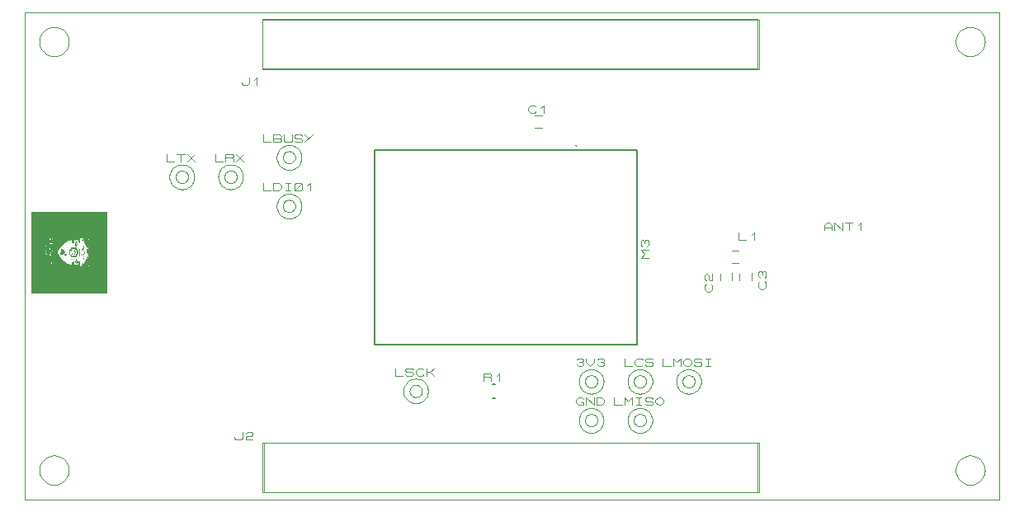
<source format=gbr>
G04 PROTEUS GERBER X2 FILE*
%TF.GenerationSoftware,Labcenter,Proteus,8.16-SP3-Build36097*%
%TF.CreationDate,2025-11-07T09:33:48+00:00*%
%TF.FileFunction,Legend,Top*%
%TF.FilePolarity,Positive*%
%TF.Part,Single*%
%TF.SameCoordinates,{ab98911b-3f69-4870-a6fc-6ca9eaabf26d}*%
%FSLAX45Y45*%
%MOMM*%
G01*
%TA.AperFunction,Profile*%
%ADD22C,0.101600*%
%TA.AperFunction,NonMaterial*%
%ADD23C,0.101600*%
%TA.AperFunction,Material*%
%ADD24C,0.200000*%
%ADD25C,0.100000*%
%ADD26C,0.101600*%
%TA.AperFunction,NonMaterial*%
%ADD27C,0.063500*%
%TD.AperFunction*%
D22*
X+9000Y+9000D02*
X+10009000Y+9000D01*
X+10009000Y+5009000D01*
X+9000Y+5009000D01*
X+9000Y+9000D01*
X+9859000Y+4709000D02*
X+9858498Y+4721258D01*
X+9854422Y+4745775D01*
X+9845906Y+4770292D01*
X+9832032Y+4794809D01*
X+9810806Y+4819161D01*
X+9786289Y+4837555D01*
X+9761772Y+4849411D01*
X+9737255Y+4856315D01*
X+9712738Y+4858953D01*
X+9709000Y+4859000D01*
X+9559000Y+4709000D02*
X+9559502Y+4721258D01*
X+9563578Y+4745775D01*
X+9572094Y+4770292D01*
X+9585968Y+4794809D01*
X+9607194Y+4819161D01*
X+9631711Y+4837555D01*
X+9656228Y+4849411D01*
X+9680745Y+4856315D01*
X+9705262Y+4858953D01*
X+9709000Y+4859000D01*
X+9559000Y+4709000D02*
X+9559502Y+4696742D01*
X+9563578Y+4672225D01*
X+9572094Y+4647708D01*
X+9585968Y+4623191D01*
X+9607194Y+4598839D01*
X+9631711Y+4580445D01*
X+9656228Y+4568589D01*
X+9680745Y+4561685D01*
X+9705262Y+4559047D01*
X+9709000Y+4559000D01*
X+9859000Y+4709000D02*
X+9858498Y+4696742D01*
X+9854422Y+4672225D01*
X+9845906Y+4647708D01*
X+9832032Y+4623191D01*
X+9810806Y+4598839D01*
X+9786289Y+4580445D01*
X+9761772Y+4568589D01*
X+9737255Y+4561685D01*
X+9712738Y+4559047D01*
X+9709000Y+4559000D01*
X+9859000Y+309000D02*
X+9858498Y+321258D01*
X+9854422Y+345775D01*
X+9845906Y+370292D01*
X+9832032Y+394809D01*
X+9810806Y+419161D01*
X+9786289Y+437555D01*
X+9761772Y+449411D01*
X+9737255Y+456315D01*
X+9712738Y+458953D01*
X+9709000Y+459000D01*
X+9559000Y+309000D02*
X+9559502Y+321258D01*
X+9563578Y+345775D01*
X+9572094Y+370292D01*
X+9585968Y+394809D01*
X+9607194Y+419161D01*
X+9631711Y+437555D01*
X+9656228Y+449411D01*
X+9680745Y+456315D01*
X+9705262Y+458953D01*
X+9709000Y+459000D01*
X+9559000Y+309000D02*
X+9559502Y+296742D01*
X+9563578Y+272225D01*
X+9572094Y+247708D01*
X+9585968Y+223191D01*
X+9607194Y+198839D01*
X+9631711Y+180445D01*
X+9656228Y+168589D01*
X+9680745Y+161685D01*
X+9705262Y+159047D01*
X+9709000Y+159000D01*
X+9859000Y+309000D02*
X+9858498Y+296742D01*
X+9854422Y+272225D01*
X+9845906Y+247708D01*
X+9832032Y+223191D01*
X+9810806Y+198839D01*
X+9786289Y+180445D01*
X+9761772Y+168589D01*
X+9737255Y+161685D01*
X+9712738Y+159047D01*
X+9709000Y+159000D01*
X+459000Y+309000D02*
X+458498Y+321258D01*
X+454422Y+345775D01*
X+445906Y+370292D01*
X+432032Y+394809D01*
X+410806Y+419161D01*
X+386289Y+437555D01*
X+361772Y+449411D01*
X+337255Y+456315D01*
X+312738Y+458953D01*
X+309000Y+459000D01*
X+159000Y+309000D02*
X+159502Y+321258D01*
X+163578Y+345775D01*
X+172094Y+370292D01*
X+185968Y+394809D01*
X+207194Y+419161D01*
X+231711Y+437555D01*
X+256228Y+449411D01*
X+280745Y+456315D01*
X+305262Y+458953D01*
X+309000Y+459000D01*
X+159000Y+309000D02*
X+159502Y+296742D01*
X+163578Y+272225D01*
X+172094Y+247708D01*
X+185968Y+223191D01*
X+207194Y+198839D01*
X+231711Y+180445D01*
X+256228Y+168589D01*
X+280745Y+161685D01*
X+305262Y+159047D01*
X+309000Y+159000D01*
X+459000Y+309000D02*
X+458498Y+296742D01*
X+454422Y+272225D01*
X+445906Y+247708D01*
X+432032Y+223191D01*
X+410806Y+198839D01*
X+386289Y+180445D01*
X+361772Y+168589D01*
X+337255Y+161685D01*
X+312738Y+159047D01*
X+309000Y+159000D01*
X+459000Y+4709000D02*
X+458498Y+4721258D01*
X+454422Y+4745775D01*
X+445906Y+4770292D01*
X+432032Y+4794809D01*
X+410806Y+4819161D01*
X+386289Y+4837555D01*
X+361772Y+4849411D01*
X+337255Y+4856315D01*
X+312738Y+4858953D01*
X+309000Y+4859000D01*
X+159000Y+4709000D02*
X+159502Y+4721258D01*
X+163578Y+4745775D01*
X+172094Y+4770292D01*
X+185968Y+4794809D01*
X+207194Y+4819161D01*
X+231711Y+4837555D01*
X+256228Y+4849411D01*
X+280745Y+4856315D01*
X+305262Y+4858953D01*
X+309000Y+4859000D01*
X+159000Y+4709000D02*
X+159502Y+4696742D01*
X+163578Y+4672225D01*
X+172094Y+4647708D01*
X+185968Y+4623191D01*
X+207194Y+4598839D01*
X+231711Y+4580445D01*
X+256228Y+4568589D01*
X+280745Y+4561685D01*
X+305262Y+4559047D01*
X+309000Y+4559000D01*
X+459000Y+4709000D02*
X+458498Y+4696742D01*
X+454422Y+4672225D01*
X+445906Y+4647708D01*
X+432032Y+4623191D01*
X+410806Y+4598839D01*
X+386289Y+4580445D01*
X+361772Y+4568589D01*
X+337255Y+4561685D01*
X+312738Y+4559047D01*
X+309000Y+4559000D01*
D23*
X+2447400Y+4428600D02*
X+7540100Y+4428600D01*
X+7540100Y+4936600D01*
X+2447400Y+4936600D01*
X+2447400Y+4428600D01*
X+2460100Y+85200D02*
X+7540100Y+85200D01*
X+7540100Y+593200D01*
X+2460100Y+593200D01*
X+2460100Y+85200D01*
D24*
X+3598000Y+1598000D02*
X+6293000Y+1598000D01*
X+6293000Y+3593000D01*
X+3598000Y+3593000D01*
X+3598000Y+1598000D01*
D25*
X+5660000Y+3650000D02*
X+5655000Y+3645000D01*
X+5660000Y+3640000D01*
X+5665000Y+3645000D01*
X+5660000Y+3650000D01*
D26*
X+6404600Y+2488820D02*
X+6328400Y+2488820D01*
X+6366500Y+2528825D01*
X+6328400Y+2568830D01*
X+6404600Y+2568830D01*
X+6341100Y+2608835D02*
X+6328400Y+2622170D01*
X+6328400Y+2662175D01*
X+6341100Y+2675510D01*
X+6353800Y+2675510D01*
X+6366500Y+2662175D01*
X+6379200Y+2675510D01*
X+6391900Y+2675510D01*
X+6404600Y+2662175D01*
X+6404600Y+2622170D01*
X+6391900Y+2608835D01*
X+6366500Y+2635505D02*
X+6366500Y+2662175D01*
X+5243660Y+3948420D02*
X+5312240Y+3948420D01*
X+5243660Y+3826500D02*
X+5314780Y+3826500D01*
X+5250010Y+3991600D02*
X+5236675Y+3978900D01*
X+5196670Y+3978900D01*
X+5170000Y+4004300D01*
X+5170000Y+4029700D01*
X+5196670Y+4055100D01*
X+5236675Y+4055100D01*
X+5250010Y+4042400D01*
X+5303350Y+4029700D02*
X+5330020Y+4055100D01*
X+5330020Y+3978900D01*
X+2847000Y+3520000D02*
X+2846573Y+3530409D01*
X+2843101Y+3551228D01*
X+2835845Y+3572047D01*
X+2824017Y+3592866D01*
X+2805920Y+3613524D01*
X+2785101Y+3629045D01*
X+2764282Y+3639030D01*
X+2743463Y+3644814D01*
X+2722644Y+3646972D01*
X+2720000Y+3647000D01*
X+2593000Y+3520000D02*
X+2593427Y+3530409D01*
X+2596899Y+3551228D01*
X+2604155Y+3572047D01*
X+2615983Y+3592866D01*
X+2634080Y+3613524D01*
X+2654899Y+3629045D01*
X+2675718Y+3639030D01*
X+2696537Y+3644814D01*
X+2717356Y+3646972D01*
X+2720000Y+3647000D01*
X+2593000Y+3520000D02*
X+2593427Y+3509591D01*
X+2596899Y+3488772D01*
X+2604155Y+3467953D01*
X+2615983Y+3447134D01*
X+2634080Y+3426476D01*
X+2654899Y+3410955D01*
X+2675718Y+3400970D01*
X+2696537Y+3395186D01*
X+2717356Y+3393028D01*
X+2720000Y+3393000D01*
X+2847000Y+3520000D02*
X+2846573Y+3509591D01*
X+2843101Y+3488772D01*
X+2835845Y+3467953D01*
X+2824017Y+3447134D01*
X+2805920Y+3426476D01*
X+2785101Y+3410955D01*
X+2764282Y+3400970D01*
X+2743463Y+3395186D01*
X+2722644Y+3393028D01*
X+2720000Y+3393000D01*
X+2783500Y+3520000D02*
X+2783283Y+3525247D01*
X+2781518Y+3535742D01*
X+2777826Y+3546237D01*
X+2771798Y+3556732D01*
X+2762576Y+3567112D01*
X+2752081Y+3574800D01*
X+2741586Y+3579718D01*
X+2731091Y+3582524D01*
X+2720596Y+3583497D01*
X+2720000Y+3583500D01*
X+2656500Y+3520000D02*
X+2656717Y+3525247D01*
X+2658482Y+3535742D01*
X+2662174Y+3546237D01*
X+2668202Y+3556732D01*
X+2677424Y+3567112D01*
X+2687919Y+3574800D01*
X+2698414Y+3579718D01*
X+2708909Y+3582524D01*
X+2719404Y+3583497D01*
X+2720000Y+3583500D01*
X+2656500Y+3520000D02*
X+2656717Y+3514753D01*
X+2658482Y+3504258D01*
X+2662174Y+3493763D01*
X+2668202Y+3483268D01*
X+2677424Y+3472888D01*
X+2687919Y+3465200D01*
X+2698414Y+3460282D01*
X+2708909Y+3457476D01*
X+2719404Y+3456503D01*
X+2720000Y+3456500D01*
X+2783500Y+3520000D02*
X+2783283Y+3514753D01*
X+2781518Y+3504258D01*
X+2777826Y+3493763D01*
X+2771798Y+3483268D01*
X+2762576Y+3472888D01*
X+2752081Y+3465200D01*
X+2741586Y+3460282D01*
X+2731091Y+3457476D01*
X+2720596Y+3456503D01*
X+2720000Y+3456500D01*
X+2453300Y+3753680D02*
X+2453300Y+3677480D01*
X+2533310Y+3677480D01*
X+2559980Y+3677480D02*
X+2559980Y+3753680D01*
X+2626655Y+3753680D01*
X+2639990Y+3740980D01*
X+2639990Y+3728280D01*
X+2626655Y+3715580D01*
X+2639990Y+3702880D01*
X+2639990Y+3690180D01*
X+2626655Y+3677480D01*
X+2559980Y+3677480D01*
X+2559980Y+3715580D02*
X+2626655Y+3715580D01*
X+2666660Y+3753680D02*
X+2666660Y+3690180D01*
X+2679995Y+3677480D01*
X+2733335Y+3677480D01*
X+2746670Y+3690180D01*
X+2746670Y+3753680D01*
X+2773340Y+3690180D02*
X+2786675Y+3677480D01*
X+2840015Y+3677480D01*
X+2853350Y+3690180D01*
X+2853350Y+3702880D01*
X+2840015Y+3715580D01*
X+2786675Y+3715580D01*
X+2773340Y+3728280D01*
X+2773340Y+3740980D01*
X+2786675Y+3753680D01*
X+2840015Y+3753680D01*
X+2853350Y+3740980D01*
X+2960030Y+3753680D02*
X+2880020Y+3677480D01*
X+2880020Y+3753680D02*
X+2920025Y+3715580D01*
X+2847000Y+3020000D02*
X+2846573Y+3030409D01*
X+2843101Y+3051228D01*
X+2835845Y+3072047D01*
X+2824017Y+3092866D01*
X+2805920Y+3113524D01*
X+2785101Y+3129045D01*
X+2764282Y+3139030D01*
X+2743463Y+3144814D01*
X+2722644Y+3146972D01*
X+2720000Y+3147000D01*
X+2593000Y+3020000D02*
X+2593427Y+3030409D01*
X+2596899Y+3051228D01*
X+2604155Y+3072047D01*
X+2615983Y+3092866D01*
X+2634080Y+3113524D01*
X+2654899Y+3129045D01*
X+2675718Y+3139030D01*
X+2696537Y+3144814D01*
X+2717356Y+3146972D01*
X+2720000Y+3147000D01*
X+2593000Y+3020000D02*
X+2593427Y+3009591D01*
X+2596899Y+2988772D01*
X+2604155Y+2967953D01*
X+2615983Y+2947134D01*
X+2634080Y+2926476D01*
X+2654899Y+2910955D01*
X+2675718Y+2900970D01*
X+2696537Y+2895186D01*
X+2717356Y+2893028D01*
X+2720000Y+2893000D01*
X+2847000Y+3020000D02*
X+2846573Y+3009591D01*
X+2843101Y+2988772D01*
X+2835845Y+2967953D01*
X+2824017Y+2947134D01*
X+2805920Y+2926476D01*
X+2785101Y+2910955D01*
X+2764282Y+2900970D01*
X+2743463Y+2895186D01*
X+2722644Y+2893028D01*
X+2720000Y+2893000D01*
X+2783500Y+3020000D02*
X+2783283Y+3025247D01*
X+2781518Y+3035742D01*
X+2777826Y+3046237D01*
X+2771798Y+3056732D01*
X+2762576Y+3067112D01*
X+2752081Y+3074800D01*
X+2741586Y+3079718D01*
X+2731091Y+3082524D01*
X+2720596Y+3083497D01*
X+2720000Y+3083500D01*
X+2656500Y+3020000D02*
X+2656717Y+3025247D01*
X+2658482Y+3035742D01*
X+2662174Y+3046237D01*
X+2668202Y+3056732D01*
X+2677424Y+3067112D01*
X+2687919Y+3074800D01*
X+2698414Y+3079718D01*
X+2708909Y+3082524D01*
X+2719404Y+3083497D01*
X+2720000Y+3083500D01*
X+2656500Y+3020000D02*
X+2656717Y+3014753D01*
X+2658482Y+3004258D01*
X+2662174Y+2993763D01*
X+2668202Y+2983268D01*
X+2677424Y+2972888D01*
X+2687919Y+2965200D01*
X+2698414Y+2960282D01*
X+2708909Y+2957476D01*
X+2719404Y+2956503D01*
X+2720000Y+2956500D01*
X+2783500Y+3020000D02*
X+2783283Y+3014753D01*
X+2781518Y+3004258D01*
X+2777826Y+2993763D01*
X+2771798Y+2983268D01*
X+2762576Y+2972888D01*
X+2752081Y+2965200D01*
X+2741586Y+2960282D01*
X+2731091Y+2957476D01*
X+2720596Y+2956503D01*
X+2720000Y+2956500D01*
X+2453300Y+3253680D02*
X+2453300Y+3177480D01*
X+2533310Y+3177480D01*
X+2559980Y+3177480D02*
X+2559980Y+3253680D01*
X+2613320Y+3253680D01*
X+2639990Y+3228280D01*
X+2639990Y+3202880D01*
X+2613320Y+3177480D01*
X+2559980Y+3177480D01*
X+2679995Y+3253680D02*
X+2733335Y+3253680D01*
X+2706665Y+3253680D02*
X+2706665Y+3177480D01*
X+2679995Y+3177480D02*
X+2733335Y+3177480D01*
X+2773340Y+3190180D02*
X+2773340Y+3240980D01*
X+2786675Y+3253680D01*
X+2840015Y+3253680D01*
X+2853350Y+3240980D01*
X+2853350Y+3190180D01*
X+2840015Y+3177480D01*
X+2786675Y+3177480D01*
X+2773340Y+3190180D01*
X+2773340Y+3177480D02*
X+2853350Y+3253680D01*
X+2906690Y+3228280D02*
X+2933360Y+3253680D01*
X+2933360Y+3177480D01*
X+2247000Y+3320000D02*
X+2246573Y+3330409D01*
X+2243101Y+3351228D01*
X+2235845Y+3372047D01*
X+2224017Y+3392866D01*
X+2205920Y+3413524D01*
X+2185101Y+3429045D01*
X+2164282Y+3439030D01*
X+2143463Y+3444814D01*
X+2122644Y+3446972D01*
X+2120000Y+3447000D01*
X+1993000Y+3320000D02*
X+1993427Y+3330409D01*
X+1996899Y+3351228D01*
X+2004155Y+3372047D01*
X+2015983Y+3392866D01*
X+2034080Y+3413524D01*
X+2054899Y+3429045D01*
X+2075718Y+3439030D01*
X+2096537Y+3444814D01*
X+2117356Y+3446972D01*
X+2120000Y+3447000D01*
X+1993000Y+3320000D02*
X+1993427Y+3309591D01*
X+1996899Y+3288772D01*
X+2004155Y+3267953D01*
X+2015983Y+3247134D01*
X+2034080Y+3226476D01*
X+2054899Y+3210955D01*
X+2075718Y+3200970D01*
X+2096537Y+3195186D01*
X+2117356Y+3193028D01*
X+2120000Y+3193000D01*
X+2247000Y+3320000D02*
X+2246573Y+3309591D01*
X+2243101Y+3288772D01*
X+2235845Y+3267953D01*
X+2224017Y+3247134D01*
X+2205920Y+3226476D01*
X+2185101Y+3210955D01*
X+2164282Y+3200970D01*
X+2143463Y+3195186D01*
X+2122644Y+3193028D01*
X+2120000Y+3193000D01*
X+2183500Y+3320000D02*
X+2183283Y+3325247D01*
X+2181518Y+3335742D01*
X+2177826Y+3346237D01*
X+2171798Y+3356732D01*
X+2162576Y+3367112D01*
X+2152081Y+3374800D01*
X+2141586Y+3379718D01*
X+2131091Y+3382524D01*
X+2120596Y+3383497D01*
X+2120000Y+3383500D01*
X+2056500Y+3320000D02*
X+2056717Y+3325247D01*
X+2058482Y+3335742D01*
X+2062174Y+3346237D01*
X+2068202Y+3356732D01*
X+2077424Y+3367112D01*
X+2087919Y+3374800D01*
X+2098414Y+3379718D01*
X+2108909Y+3382524D01*
X+2119404Y+3383497D01*
X+2120000Y+3383500D01*
X+2056500Y+3320000D02*
X+2056717Y+3314753D01*
X+2058482Y+3304258D01*
X+2062174Y+3293763D01*
X+2068202Y+3283268D01*
X+2077424Y+3272888D01*
X+2087919Y+3265200D01*
X+2098414Y+3260282D01*
X+2108909Y+3257476D01*
X+2119404Y+3256503D01*
X+2120000Y+3256500D01*
X+2183500Y+3320000D02*
X+2183283Y+3314753D01*
X+2181518Y+3304258D01*
X+2177826Y+3293763D01*
X+2171798Y+3283268D01*
X+2162576Y+3272888D01*
X+2152081Y+3265200D01*
X+2141586Y+3260282D01*
X+2131091Y+3257476D01*
X+2120596Y+3256503D01*
X+2120000Y+3256500D01*
X+1959980Y+3553680D02*
X+1959980Y+3477480D01*
X+2039990Y+3477480D01*
X+2066660Y+3477480D02*
X+2066660Y+3553680D01*
X+2133335Y+3553680D01*
X+2146670Y+3540980D01*
X+2146670Y+3528280D01*
X+2133335Y+3515580D01*
X+2066660Y+3515580D01*
X+2133335Y+3515580D02*
X+2146670Y+3502880D01*
X+2146670Y+3477480D01*
X+2173340Y+3553680D02*
X+2253350Y+3477480D01*
X+2173340Y+3477480D02*
X+2253350Y+3553680D01*
X+1747000Y+3320000D02*
X+1746573Y+3330409D01*
X+1743101Y+3351228D01*
X+1735845Y+3372047D01*
X+1724017Y+3392866D01*
X+1705920Y+3413524D01*
X+1685101Y+3429045D01*
X+1664282Y+3439030D01*
X+1643463Y+3444814D01*
X+1622644Y+3446972D01*
X+1620000Y+3447000D01*
X+1493000Y+3320000D02*
X+1493427Y+3330409D01*
X+1496899Y+3351228D01*
X+1504155Y+3372047D01*
X+1515983Y+3392866D01*
X+1534080Y+3413524D01*
X+1554899Y+3429045D01*
X+1575718Y+3439030D01*
X+1596537Y+3444814D01*
X+1617356Y+3446972D01*
X+1620000Y+3447000D01*
X+1493000Y+3320000D02*
X+1493427Y+3309591D01*
X+1496899Y+3288772D01*
X+1504155Y+3267953D01*
X+1515983Y+3247134D01*
X+1534080Y+3226476D01*
X+1554899Y+3210955D01*
X+1575718Y+3200970D01*
X+1596537Y+3195186D01*
X+1617356Y+3193028D01*
X+1620000Y+3193000D01*
X+1747000Y+3320000D02*
X+1746573Y+3309591D01*
X+1743101Y+3288772D01*
X+1735845Y+3267953D01*
X+1724017Y+3247134D01*
X+1705920Y+3226476D01*
X+1685101Y+3210955D01*
X+1664282Y+3200970D01*
X+1643463Y+3195186D01*
X+1622644Y+3193028D01*
X+1620000Y+3193000D01*
X+1683500Y+3320000D02*
X+1683283Y+3325247D01*
X+1681518Y+3335742D01*
X+1677826Y+3346237D01*
X+1671798Y+3356732D01*
X+1662576Y+3367112D01*
X+1652081Y+3374800D01*
X+1641586Y+3379718D01*
X+1631091Y+3382524D01*
X+1620596Y+3383497D01*
X+1620000Y+3383500D01*
X+1556500Y+3320000D02*
X+1556717Y+3325247D01*
X+1558482Y+3335742D01*
X+1562174Y+3346237D01*
X+1568202Y+3356732D01*
X+1577424Y+3367112D01*
X+1587919Y+3374800D01*
X+1598414Y+3379718D01*
X+1608909Y+3382524D01*
X+1619404Y+3383497D01*
X+1620000Y+3383500D01*
X+1556500Y+3320000D02*
X+1556717Y+3314753D01*
X+1558482Y+3304258D01*
X+1562174Y+3293763D01*
X+1568202Y+3283268D01*
X+1577424Y+3272888D01*
X+1587919Y+3265200D01*
X+1598414Y+3260282D01*
X+1608909Y+3257476D01*
X+1619404Y+3256503D01*
X+1620000Y+3256500D01*
X+1683500Y+3320000D02*
X+1683283Y+3314753D01*
X+1681518Y+3304258D01*
X+1677826Y+3293763D01*
X+1671798Y+3283268D01*
X+1662576Y+3272888D01*
X+1652081Y+3265200D01*
X+1641586Y+3260282D01*
X+1631091Y+3257476D01*
X+1620596Y+3256503D01*
X+1620000Y+3256500D01*
X+1459980Y+3553680D02*
X+1459980Y+3477480D01*
X+1539990Y+3477480D01*
X+1566660Y+3553680D02*
X+1646670Y+3553680D01*
X+1606665Y+3553680D02*
X+1606665Y+3477480D01*
X+1673340Y+3553680D02*
X+1753350Y+3477480D01*
X+1673340Y+3477480D02*
X+1753350Y+3553680D01*
X+4147000Y+1120000D02*
X+4146573Y+1130409D01*
X+4143101Y+1151228D01*
X+4135845Y+1172047D01*
X+4124017Y+1192866D01*
X+4105920Y+1213524D01*
X+4085101Y+1229045D01*
X+4064282Y+1239030D01*
X+4043463Y+1244814D01*
X+4022644Y+1246972D01*
X+4020000Y+1247000D01*
X+3893000Y+1120000D02*
X+3893427Y+1130409D01*
X+3896899Y+1151228D01*
X+3904155Y+1172047D01*
X+3915983Y+1192866D01*
X+3934080Y+1213524D01*
X+3954899Y+1229045D01*
X+3975718Y+1239030D01*
X+3996537Y+1244814D01*
X+4017356Y+1246972D01*
X+4020000Y+1247000D01*
X+3893000Y+1120000D02*
X+3893427Y+1109591D01*
X+3896899Y+1088772D01*
X+3904155Y+1067953D01*
X+3915983Y+1047134D01*
X+3934080Y+1026476D01*
X+3954899Y+1010955D01*
X+3975718Y+1000970D01*
X+3996537Y+995186D01*
X+4017356Y+993028D01*
X+4020000Y+993000D01*
X+4147000Y+1120000D02*
X+4146573Y+1109591D01*
X+4143101Y+1088772D01*
X+4135845Y+1067953D01*
X+4124017Y+1047134D01*
X+4105920Y+1026476D01*
X+4085101Y+1010955D01*
X+4064282Y+1000970D01*
X+4043463Y+995186D01*
X+4022644Y+993028D01*
X+4020000Y+993000D01*
X+4083500Y+1120000D02*
X+4083283Y+1125247D01*
X+4081518Y+1135742D01*
X+4077826Y+1146237D01*
X+4071798Y+1156732D01*
X+4062576Y+1167112D01*
X+4052081Y+1174800D01*
X+4041586Y+1179718D01*
X+4031091Y+1182524D01*
X+4020596Y+1183497D01*
X+4020000Y+1183500D01*
X+3956500Y+1120000D02*
X+3956717Y+1125247D01*
X+3958482Y+1135742D01*
X+3962174Y+1146237D01*
X+3968202Y+1156732D01*
X+3977424Y+1167112D01*
X+3987919Y+1174800D01*
X+3998414Y+1179718D01*
X+4008909Y+1182524D01*
X+4019404Y+1183497D01*
X+4020000Y+1183500D01*
X+3956500Y+1120000D02*
X+3956717Y+1114753D01*
X+3958482Y+1104258D01*
X+3962174Y+1093763D01*
X+3968202Y+1083268D01*
X+3977424Y+1072888D01*
X+3987919Y+1065200D01*
X+3998414Y+1060282D01*
X+4008909Y+1057476D01*
X+4019404Y+1056503D01*
X+4020000Y+1056500D01*
X+4083500Y+1120000D02*
X+4083283Y+1114753D01*
X+4081518Y+1104258D01*
X+4077826Y+1093763D01*
X+4071798Y+1083268D01*
X+4062576Y+1072888D01*
X+4052081Y+1065200D01*
X+4041586Y+1060282D01*
X+4031091Y+1057476D01*
X+4020596Y+1056503D01*
X+4020000Y+1056500D01*
X+3806640Y+1353680D02*
X+3806640Y+1277480D01*
X+3886650Y+1277480D01*
X+3913320Y+1290180D02*
X+3926655Y+1277480D01*
X+3979995Y+1277480D01*
X+3993330Y+1290180D01*
X+3993330Y+1302880D01*
X+3979995Y+1315580D01*
X+3926655Y+1315580D01*
X+3913320Y+1328280D01*
X+3913320Y+1340980D01*
X+3926655Y+1353680D01*
X+3979995Y+1353680D01*
X+3993330Y+1340980D01*
X+4100010Y+1290180D02*
X+4086675Y+1277480D01*
X+4046670Y+1277480D01*
X+4020000Y+1302880D01*
X+4020000Y+1328280D01*
X+4046670Y+1353680D01*
X+4086675Y+1353680D01*
X+4100010Y+1340980D01*
X+4126680Y+1353680D02*
X+4126680Y+1277480D01*
X+4206690Y+1353680D02*
X+4166685Y+1315580D01*
X+4206690Y+1277480D01*
X+4126680Y+1315580D02*
X+4166685Y+1315580D01*
D24*
X+4805000Y+1050000D02*
X+4835000Y+1050000D01*
X+4805000Y+1190000D02*
X+4835000Y+1190000D01*
D26*
X+4713320Y+1225400D02*
X+4713320Y+1301600D01*
X+4779995Y+1301600D01*
X+4793330Y+1288900D01*
X+4793330Y+1276200D01*
X+4779995Y+1263500D01*
X+4713320Y+1263500D01*
X+4779995Y+1263500D02*
X+4793330Y+1250800D01*
X+4793330Y+1225400D01*
X+4846670Y+1276200D02*
X+4873340Y+1301600D01*
X+4873340Y+1225400D01*
X+5947000Y+1220000D02*
X+5946573Y+1230409D01*
X+5943101Y+1251228D01*
X+5935845Y+1272047D01*
X+5924017Y+1292866D01*
X+5905920Y+1313524D01*
X+5885101Y+1329045D01*
X+5864282Y+1339030D01*
X+5843463Y+1344814D01*
X+5822644Y+1346972D01*
X+5820000Y+1347000D01*
X+5693000Y+1220000D02*
X+5693427Y+1230409D01*
X+5696899Y+1251228D01*
X+5704155Y+1272047D01*
X+5715983Y+1292866D01*
X+5734080Y+1313524D01*
X+5754899Y+1329045D01*
X+5775718Y+1339030D01*
X+5796537Y+1344814D01*
X+5817356Y+1346972D01*
X+5820000Y+1347000D01*
X+5693000Y+1220000D02*
X+5693427Y+1209591D01*
X+5696899Y+1188772D01*
X+5704155Y+1167953D01*
X+5715983Y+1147134D01*
X+5734080Y+1126476D01*
X+5754899Y+1110955D01*
X+5775718Y+1100970D01*
X+5796537Y+1095186D01*
X+5817356Y+1093028D01*
X+5820000Y+1093000D01*
X+5947000Y+1220000D02*
X+5946573Y+1209591D01*
X+5943101Y+1188772D01*
X+5935845Y+1167953D01*
X+5924017Y+1147134D01*
X+5905920Y+1126476D01*
X+5885101Y+1110955D01*
X+5864282Y+1100970D01*
X+5843463Y+1095186D01*
X+5822644Y+1093028D01*
X+5820000Y+1093000D01*
X+5883500Y+1220000D02*
X+5883283Y+1225247D01*
X+5881518Y+1235742D01*
X+5877826Y+1246237D01*
X+5871798Y+1256732D01*
X+5862576Y+1267112D01*
X+5852081Y+1274800D01*
X+5841586Y+1279718D01*
X+5831091Y+1282524D01*
X+5820596Y+1283497D01*
X+5820000Y+1283500D01*
X+5756500Y+1220000D02*
X+5756717Y+1225247D01*
X+5758482Y+1235742D01*
X+5762174Y+1246237D01*
X+5768202Y+1256732D01*
X+5777424Y+1267112D01*
X+5787919Y+1274800D01*
X+5798414Y+1279718D01*
X+5808909Y+1282524D01*
X+5819404Y+1283497D01*
X+5820000Y+1283500D01*
X+5756500Y+1220000D02*
X+5756717Y+1214753D01*
X+5758482Y+1204258D01*
X+5762174Y+1193763D01*
X+5768202Y+1183268D01*
X+5777424Y+1172888D01*
X+5787919Y+1165200D01*
X+5798414Y+1160282D01*
X+5808909Y+1157476D01*
X+5819404Y+1156503D01*
X+5820000Y+1156500D01*
X+5883500Y+1220000D02*
X+5883283Y+1214753D01*
X+5881518Y+1204258D01*
X+5877826Y+1193763D01*
X+5871798Y+1183268D01*
X+5862576Y+1172888D01*
X+5852081Y+1165200D01*
X+5841586Y+1160282D01*
X+5831091Y+1157476D01*
X+5820596Y+1156503D01*
X+5820000Y+1156500D01*
X+5673315Y+1440980D02*
X+5686650Y+1453680D01*
X+5726655Y+1453680D01*
X+5739990Y+1440980D01*
X+5739990Y+1428280D01*
X+5726655Y+1415580D01*
X+5739990Y+1402880D01*
X+5739990Y+1390180D01*
X+5726655Y+1377480D01*
X+5686650Y+1377480D01*
X+5673315Y+1390180D01*
X+5699985Y+1415580D02*
X+5726655Y+1415580D01*
X+5766660Y+1453680D02*
X+5766660Y+1415580D01*
X+5806665Y+1377480D01*
X+5846670Y+1415580D01*
X+5846670Y+1453680D01*
X+5886675Y+1440980D02*
X+5900010Y+1453680D01*
X+5940015Y+1453680D01*
X+5953350Y+1440980D01*
X+5953350Y+1428280D01*
X+5940015Y+1415580D01*
X+5953350Y+1402880D01*
X+5953350Y+1390180D01*
X+5940015Y+1377480D01*
X+5900010Y+1377480D01*
X+5886675Y+1390180D01*
X+5913345Y+1415580D02*
X+5940015Y+1415580D01*
X+5947000Y+820000D02*
X+5946573Y+830409D01*
X+5943101Y+851228D01*
X+5935845Y+872047D01*
X+5924017Y+892866D01*
X+5905920Y+913524D01*
X+5885101Y+929045D01*
X+5864282Y+939030D01*
X+5843463Y+944814D01*
X+5822644Y+946972D01*
X+5820000Y+947000D01*
X+5693000Y+820000D02*
X+5693427Y+830409D01*
X+5696899Y+851228D01*
X+5704155Y+872047D01*
X+5715983Y+892866D01*
X+5734080Y+913524D01*
X+5754899Y+929045D01*
X+5775718Y+939030D01*
X+5796537Y+944814D01*
X+5817356Y+946972D01*
X+5820000Y+947000D01*
X+5693000Y+820000D02*
X+5693427Y+809591D01*
X+5696899Y+788772D01*
X+5704155Y+767953D01*
X+5715983Y+747134D01*
X+5734080Y+726476D01*
X+5754899Y+710955D01*
X+5775718Y+700970D01*
X+5796537Y+695186D01*
X+5817356Y+693028D01*
X+5820000Y+693000D01*
X+5947000Y+820000D02*
X+5946573Y+809591D01*
X+5943101Y+788772D01*
X+5935845Y+767953D01*
X+5924017Y+747134D01*
X+5905920Y+726476D01*
X+5885101Y+710955D01*
X+5864282Y+700970D01*
X+5843463Y+695186D01*
X+5822644Y+693028D01*
X+5820000Y+693000D01*
X+5883500Y+820000D02*
X+5883283Y+825247D01*
X+5881518Y+835742D01*
X+5877826Y+846237D01*
X+5871798Y+856732D01*
X+5862576Y+867112D01*
X+5852081Y+874800D01*
X+5841586Y+879718D01*
X+5831091Y+882524D01*
X+5820596Y+883497D01*
X+5820000Y+883500D01*
X+5756500Y+820000D02*
X+5756717Y+825247D01*
X+5758482Y+835742D01*
X+5762174Y+846237D01*
X+5768202Y+856732D01*
X+5777424Y+867112D01*
X+5787919Y+874800D01*
X+5798414Y+879718D01*
X+5808909Y+882524D01*
X+5819404Y+883497D01*
X+5820000Y+883500D01*
X+5756500Y+820000D02*
X+5756717Y+814753D01*
X+5758482Y+804258D01*
X+5762174Y+793763D01*
X+5768202Y+783268D01*
X+5777424Y+772888D01*
X+5787919Y+765200D01*
X+5798414Y+760282D01*
X+5808909Y+757476D01*
X+5819404Y+756503D01*
X+5820000Y+756500D01*
X+5883500Y+820000D02*
X+5883283Y+814753D01*
X+5881518Y+804258D01*
X+5877826Y+793763D01*
X+5871798Y+783268D01*
X+5862576Y+772888D01*
X+5852081Y+765200D01*
X+5841586Y+760282D01*
X+5831091Y+757476D01*
X+5820596Y+756503D01*
X+5820000Y+756500D01*
X+5713320Y+1002880D02*
X+5739990Y+1002880D01*
X+5739990Y+977480D01*
X+5686650Y+977480D01*
X+5659980Y+1002880D01*
X+5659980Y+1028280D01*
X+5686650Y+1053680D01*
X+5726655Y+1053680D01*
X+5739990Y+1040980D01*
X+5766660Y+977480D02*
X+5766660Y+1053680D01*
X+5846670Y+977480D01*
X+5846670Y+1053680D01*
X+5873340Y+977480D02*
X+5873340Y+1053680D01*
X+5926680Y+1053680D01*
X+5953350Y+1028280D01*
X+5953350Y+1002880D01*
X+5926680Y+977480D01*
X+5873340Y+977480D01*
X+6447000Y+1220000D02*
X+6446573Y+1230409D01*
X+6443101Y+1251228D01*
X+6435845Y+1272047D01*
X+6424017Y+1292866D01*
X+6405920Y+1313524D01*
X+6385101Y+1329045D01*
X+6364282Y+1339030D01*
X+6343463Y+1344814D01*
X+6322644Y+1346972D01*
X+6320000Y+1347000D01*
X+6193000Y+1220000D02*
X+6193427Y+1230409D01*
X+6196899Y+1251228D01*
X+6204155Y+1272047D01*
X+6215983Y+1292866D01*
X+6234080Y+1313524D01*
X+6254899Y+1329045D01*
X+6275718Y+1339030D01*
X+6296537Y+1344814D01*
X+6317356Y+1346972D01*
X+6320000Y+1347000D01*
X+6193000Y+1220000D02*
X+6193427Y+1209591D01*
X+6196899Y+1188772D01*
X+6204155Y+1167953D01*
X+6215983Y+1147134D01*
X+6234080Y+1126476D01*
X+6254899Y+1110955D01*
X+6275718Y+1100970D01*
X+6296537Y+1095186D01*
X+6317356Y+1093028D01*
X+6320000Y+1093000D01*
X+6447000Y+1220000D02*
X+6446573Y+1209591D01*
X+6443101Y+1188772D01*
X+6435845Y+1167953D01*
X+6424017Y+1147134D01*
X+6405920Y+1126476D01*
X+6385101Y+1110955D01*
X+6364282Y+1100970D01*
X+6343463Y+1095186D01*
X+6322644Y+1093028D01*
X+6320000Y+1093000D01*
X+6383500Y+1220000D02*
X+6383283Y+1225247D01*
X+6381518Y+1235742D01*
X+6377826Y+1246237D01*
X+6371798Y+1256732D01*
X+6362576Y+1267112D01*
X+6352081Y+1274800D01*
X+6341586Y+1279718D01*
X+6331091Y+1282524D01*
X+6320596Y+1283497D01*
X+6320000Y+1283500D01*
X+6256500Y+1220000D02*
X+6256717Y+1225247D01*
X+6258482Y+1235742D01*
X+6262174Y+1246237D01*
X+6268202Y+1256732D01*
X+6277424Y+1267112D01*
X+6287919Y+1274800D01*
X+6298414Y+1279718D01*
X+6308909Y+1282524D01*
X+6319404Y+1283497D01*
X+6320000Y+1283500D01*
X+6256500Y+1220000D02*
X+6256717Y+1214753D01*
X+6258482Y+1204258D01*
X+6262174Y+1193763D01*
X+6268202Y+1183268D01*
X+6277424Y+1172888D01*
X+6287919Y+1165200D01*
X+6298414Y+1160282D01*
X+6308909Y+1157476D01*
X+6319404Y+1156503D01*
X+6320000Y+1156500D01*
X+6383500Y+1220000D02*
X+6383283Y+1214753D01*
X+6381518Y+1204258D01*
X+6377826Y+1193763D01*
X+6371798Y+1183268D01*
X+6362576Y+1172888D01*
X+6352081Y+1165200D01*
X+6341586Y+1160282D01*
X+6331091Y+1157476D01*
X+6320596Y+1156503D01*
X+6320000Y+1156500D01*
X+6159980Y+1453680D02*
X+6159980Y+1377480D01*
X+6239990Y+1377480D01*
X+6346670Y+1390180D02*
X+6333335Y+1377480D01*
X+6293330Y+1377480D01*
X+6266660Y+1402880D01*
X+6266660Y+1428280D01*
X+6293330Y+1453680D01*
X+6333335Y+1453680D01*
X+6346670Y+1440980D01*
X+6373340Y+1390180D02*
X+6386675Y+1377480D01*
X+6440015Y+1377480D01*
X+6453350Y+1390180D01*
X+6453350Y+1402880D01*
X+6440015Y+1415580D01*
X+6386675Y+1415580D01*
X+6373340Y+1428280D01*
X+6373340Y+1440980D01*
X+6386675Y+1453680D01*
X+6440015Y+1453680D01*
X+6453350Y+1440980D01*
X+6447000Y+820000D02*
X+6446573Y+830409D01*
X+6443101Y+851228D01*
X+6435845Y+872047D01*
X+6424017Y+892866D01*
X+6405920Y+913524D01*
X+6385101Y+929045D01*
X+6364282Y+939030D01*
X+6343463Y+944814D01*
X+6322644Y+946972D01*
X+6320000Y+947000D01*
X+6193000Y+820000D02*
X+6193427Y+830409D01*
X+6196899Y+851228D01*
X+6204155Y+872047D01*
X+6215983Y+892866D01*
X+6234080Y+913524D01*
X+6254899Y+929045D01*
X+6275718Y+939030D01*
X+6296537Y+944814D01*
X+6317356Y+946972D01*
X+6320000Y+947000D01*
X+6193000Y+820000D02*
X+6193427Y+809591D01*
X+6196899Y+788772D01*
X+6204155Y+767953D01*
X+6215983Y+747134D01*
X+6234080Y+726476D01*
X+6254899Y+710955D01*
X+6275718Y+700970D01*
X+6296537Y+695186D01*
X+6317356Y+693028D01*
X+6320000Y+693000D01*
X+6447000Y+820000D02*
X+6446573Y+809591D01*
X+6443101Y+788772D01*
X+6435845Y+767953D01*
X+6424017Y+747134D01*
X+6405920Y+726476D01*
X+6385101Y+710955D01*
X+6364282Y+700970D01*
X+6343463Y+695186D01*
X+6322644Y+693028D01*
X+6320000Y+693000D01*
X+6383500Y+820000D02*
X+6383283Y+825247D01*
X+6381518Y+835742D01*
X+6377826Y+846237D01*
X+6371798Y+856732D01*
X+6362576Y+867112D01*
X+6352081Y+874800D01*
X+6341586Y+879718D01*
X+6331091Y+882524D01*
X+6320596Y+883497D01*
X+6320000Y+883500D01*
X+6256500Y+820000D02*
X+6256717Y+825247D01*
X+6258482Y+835742D01*
X+6262174Y+846237D01*
X+6268202Y+856732D01*
X+6277424Y+867112D01*
X+6287919Y+874800D01*
X+6298414Y+879718D01*
X+6308909Y+882524D01*
X+6319404Y+883497D01*
X+6320000Y+883500D01*
X+6256500Y+820000D02*
X+6256717Y+814753D01*
X+6258482Y+804258D01*
X+6262174Y+793763D01*
X+6268202Y+783268D01*
X+6277424Y+772888D01*
X+6287919Y+765200D01*
X+6298414Y+760282D01*
X+6308909Y+757476D01*
X+6319404Y+756503D01*
X+6320000Y+756500D01*
X+6383500Y+820000D02*
X+6383283Y+814753D01*
X+6381518Y+804258D01*
X+6377826Y+793763D01*
X+6371798Y+783268D01*
X+6362576Y+772888D01*
X+6352081Y+765200D01*
X+6341586Y+760282D01*
X+6331091Y+757476D01*
X+6320596Y+756503D01*
X+6320000Y+756500D01*
X+6053300Y+1053680D02*
X+6053300Y+977480D01*
X+6133310Y+977480D01*
X+6159980Y+977480D02*
X+6159980Y+1053680D01*
X+6199985Y+1015580D01*
X+6239990Y+1053680D01*
X+6239990Y+977480D01*
X+6279995Y+1053680D02*
X+6333335Y+1053680D01*
X+6306665Y+1053680D02*
X+6306665Y+977480D01*
X+6279995Y+977480D02*
X+6333335Y+977480D01*
X+6373340Y+990180D02*
X+6386675Y+977480D01*
X+6440015Y+977480D01*
X+6453350Y+990180D01*
X+6453350Y+1002880D01*
X+6440015Y+1015580D01*
X+6386675Y+1015580D01*
X+6373340Y+1028280D01*
X+6373340Y+1040980D01*
X+6386675Y+1053680D01*
X+6440015Y+1053680D01*
X+6453350Y+1040980D01*
X+6480020Y+1028280D02*
X+6506690Y+1053680D01*
X+6533360Y+1053680D01*
X+6560030Y+1028280D01*
X+6560030Y+1002880D01*
X+6533360Y+977480D01*
X+6506690Y+977480D01*
X+6480020Y+1002880D01*
X+6480020Y+1028280D01*
X+6947000Y+1220000D02*
X+6946573Y+1230409D01*
X+6943101Y+1251228D01*
X+6935845Y+1272047D01*
X+6924017Y+1292866D01*
X+6905920Y+1313524D01*
X+6885101Y+1329045D01*
X+6864282Y+1339030D01*
X+6843463Y+1344814D01*
X+6822644Y+1346972D01*
X+6820000Y+1347000D01*
X+6693000Y+1220000D02*
X+6693427Y+1230409D01*
X+6696899Y+1251228D01*
X+6704155Y+1272047D01*
X+6715983Y+1292866D01*
X+6734080Y+1313524D01*
X+6754899Y+1329045D01*
X+6775718Y+1339030D01*
X+6796537Y+1344814D01*
X+6817356Y+1346972D01*
X+6820000Y+1347000D01*
X+6693000Y+1220000D02*
X+6693427Y+1209591D01*
X+6696899Y+1188772D01*
X+6704155Y+1167953D01*
X+6715983Y+1147134D01*
X+6734080Y+1126476D01*
X+6754899Y+1110955D01*
X+6775718Y+1100970D01*
X+6796537Y+1095186D01*
X+6817356Y+1093028D01*
X+6820000Y+1093000D01*
X+6947000Y+1220000D02*
X+6946573Y+1209591D01*
X+6943101Y+1188772D01*
X+6935845Y+1167953D01*
X+6924017Y+1147134D01*
X+6905920Y+1126476D01*
X+6885101Y+1110955D01*
X+6864282Y+1100970D01*
X+6843463Y+1095186D01*
X+6822644Y+1093028D01*
X+6820000Y+1093000D01*
X+6883500Y+1220000D02*
X+6883283Y+1225247D01*
X+6881518Y+1235742D01*
X+6877826Y+1246237D01*
X+6871798Y+1256732D01*
X+6862576Y+1267112D01*
X+6852081Y+1274800D01*
X+6841586Y+1279718D01*
X+6831091Y+1282524D01*
X+6820596Y+1283497D01*
X+6820000Y+1283500D01*
X+6756500Y+1220000D02*
X+6756717Y+1225247D01*
X+6758482Y+1235742D01*
X+6762174Y+1246237D01*
X+6768202Y+1256732D01*
X+6777424Y+1267112D01*
X+6787919Y+1274800D01*
X+6798414Y+1279718D01*
X+6808909Y+1282524D01*
X+6819404Y+1283497D01*
X+6820000Y+1283500D01*
X+6756500Y+1220000D02*
X+6756717Y+1214753D01*
X+6758482Y+1204258D01*
X+6762174Y+1193763D01*
X+6768202Y+1183268D01*
X+6777424Y+1172888D01*
X+6787919Y+1165200D01*
X+6798414Y+1160282D01*
X+6808909Y+1157476D01*
X+6819404Y+1156503D01*
X+6820000Y+1156500D01*
X+6883500Y+1220000D02*
X+6883283Y+1214753D01*
X+6881518Y+1204258D01*
X+6877826Y+1193763D01*
X+6871798Y+1183268D01*
X+6862576Y+1172888D01*
X+6852081Y+1165200D01*
X+6841586Y+1160282D01*
X+6831091Y+1157476D01*
X+6820596Y+1156503D01*
X+6820000Y+1156500D01*
X+6553300Y+1453680D02*
X+6553300Y+1377480D01*
X+6633310Y+1377480D01*
X+6659980Y+1377480D02*
X+6659980Y+1453680D01*
X+6699985Y+1415580D01*
X+6739990Y+1453680D01*
X+6739990Y+1377480D01*
X+6766660Y+1428280D02*
X+6793330Y+1453680D01*
X+6820000Y+1453680D01*
X+6846670Y+1428280D01*
X+6846670Y+1402880D01*
X+6820000Y+1377480D01*
X+6793330Y+1377480D01*
X+6766660Y+1402880D01*
X+6766660Y+1428280D01*
X+6873340Y+1390180D02*
X+6886675Y+1377480D01*
X+6940015Y+1377480D01*
X+6953350Y+1390180D01*
X+6953350Y+1402880D01*
X+6940015Y+1415580D01*
X+6886675Y+1415580D01*
X+6873340Y+1428280D01*
X+6873340Y+1440980D01*
X+6886675Y+1453680D01*
X+6940015Y+1453680D01*
X+6953350Y+1440980D01*
X+6993355Y+1453680D02*
X+7046695Y+1453680D01*
X+7020025Y+1453680D02*
X+7020025Y+1377480D01*
X+6993355Y+1377480D02*
X+7046695Y+1377480D01*
X+7141580Y+2260300D02*
X+7141580Y+2328880D01*
X+7263500Y+2260300D02*
X+7263500Y+2331420D01*
X+7048400Y+2216650D02*
X+7061100Y+2203315D01*
X+7061100Y+2163310D01*
X+7035700Y+2136640D01*
X+7010300Y+2136640D01*
X+6984900Y+2163310D01*
X+6984900Y+2203315D01*
X+6997600Y+2216650D01*
X+6997600Y+2256655D02*
X+6984900Y+2269990D01*
X+6984900Y+2309995D01*
X+6997600Y+2323330D01*
X+7010300Y+2323330D01*
X+7023000Y+2309995D01*
X+7023000Y+2269990D01*
X+7035700Y+2256655D01*
X+7061100Y+2256655D01*
X+7061100Y+2323330D01*
X+7341580Y+2260300D02*
X+7341580Y+2328880D01*
X+7463500Y+2260300D02*
X+7463500Y+2331420D01*
X+7598400Y+2246650D02*
X+7611100Y+2233315D01*
X+7611100Y+2193310D01*
X+7585700Y+2166640D01*
X+7560300Y+2166640D01*
X+7534900Y+2193310D01*
X+7534900Y+2233315D01*
X+7547600Y+2246650D01*
X+7547600Y+2286655D02*
X+7534900Y+2299990D01*
X+7534900Y+2339995D01*
X+7547600Y+2353330D01*
X+7560300Y+2353330D01*
X+7573000Y+2339995D01*
X+7585700Y+2353330D01*
X+7598400Y+2353330D01*
X+7611100Y+2339995D01*
X+7611100Y+2299990D01*
X+7598400Y+2286655D01*
X+7573000Y+2313325D02*
X+7573000Y+2339995D01*
X+7260300Y+2558420D02*
X+7328880Y+2558420D01*
X+7260300Y+2436500D02*
X+7331420Y+2436500D01*
X+7329960Y+2746600D02*
X+7329960Y+2670400D01*
X+7409970Y+2670400D01*
X+7463310Y+2721200D02*
X+7489980Y+2746600D01*
X+7489980Y+2670400D01*
X+8209140Y+2775400D02*
X+8209140Y+2826200D01*
X+8235810Y+2851600D01*
X+8262480Y+2851600D01*
X+8289150Y+2826200D01*
X+8289150Y+2775400D01*
X+8209140Y+2800800D02*
X+8289150Y+2800800D01*
X+8315820Y+2775400D02*
X+8315820Y+2851600D01*
X+8395830Y+2775400D01*
X+8395830Y+2851600D01*
X+8422500Y+2851600D02*
X+8502510Y+2851600D01*
X+8462505Y+2851600D02*
X+8462505Y+2775400D01*
X+8555850Y+2826200D02*
X+8582520Y+2851600D01*
X+8582520Y+2775400D01*
X+2447000Y+4432120D02*
X+7527000Y+4432120D01*
X+7527000Y+4940120D01*
X+2447000Y+4940120D01*
X+2447000Y+4432120D01*
X+2230320Y+4290840D02*
X+2230320Y+4278140D01*
X+2243655Y+4265440D01*
X+2296995Y+4265440D01*
X+2310330Y+4278140D01*
X+2310330Y+4341640D01*
X+2363670Y+4316240D02*
X+2390340Y+4341640D01*
X+2390340Y+4265440D01*
X+2447000Y+79000D02*
X+7527000Y+79000D01*
X+7527000Y+587000D01*
X+2447000Y+587000D01*
X+2447000Y+79000D01*
X+2160320Y+647720D02*
X+2160320Y+635020D01*
X+2173655Y+622320D01*
X+2226995Y+622320D01*
X+2240330Y+635020D01*
X+2240330Y+698520D01*
X+2280335Y+685820D02*
X+2293670Y+698520D01*
X+2333675Y+698520D01*
X+2347010Y+685820D01*
X+2347010Y+673120D01*
X+2333675Y+660420D01*
X+2293670Y+660420D01*
X+2280335Y+647720D01*
X+2280335Y+622320D01*
X+2347010Y+622320D01*
D27*
X+77086Y+2130313D02*
X+77086Y+2963433D01*
X+82166Y+2130313D02*
X+82166Y+2963433D01*
X+87246Y+2130313D02*
X+87246Y+2963433D01*
X+92326Y+2130313D02*
X+92326Y+2963433D01*
X+97406Y+2130313D02*
X+97406Y+2963433D01*
X+102486Y+2130313D02*
X+102486Y+2963433D01*
X+107566Y+2130313D02*
X+107566Y+2963433D01*
X+112646Y+2130313D02*
X+112646Y+2963433D01*
X+117726Y+2130313D02*
X+117726Y+2963433D01*
X+122806Y+2130313D02*
X+122806Y+2963433D01*
X+127886Y+2130313D02*
X+127886Y+2963433D01*
X+132966Y+2130313D02*
X+132966Y+2963433D01*
X+138046Y+2130313D02*
X+138046Y+2963433D01*
X+143126Y+2130313D02*
X+143126Y+2963433D01*
X+148206Y+2130313D02*
X+148206Y+2963433D01*
X+153286Y+2130313D02*
X+153286Y+2963433D01*
X+158366Y+2130313D02*
X+158366Y+2963433D01*
X+163446Y+2130313D02*
X+163446Y+2963433D01*
X+168526Y+2130313D02*
X+168526Y+2963433D01*
X+173606Y+2130313D02*
X+173606Y+2963433D01*
X+178686Y+2130313D02*
X+178686Y+2963433D01*
X+183766Y+2130313D02*
X+183766Y+2963433D01*
X+188846Y+2130313D02*
X+188846Y+2963433D01*
X+193926Y+2130313D02*
X+193926Y+2963433D01*
X+199006Y+2130313D02*
X+199006Y+2963433D01*
X+204086Y+2130313D02*
X+204086Y+2963433D01*
X+209166Y+2130313D02*
X+209166Y+2963433D01*
X+214246Y+2130313D02*
X+214246Y+2963433D01*
X+219326Y+2130313D02*
X+219326Y+2475753D01*
X+219326Y+2480833D02*
X+219326Y+2521473D01*
X+219326Y+2526553D02*
X+219326Y+2531633D01*
X+219326Y+2546873D02*
X+219326Y+2557033D01*
X+219326Y+2572273D02*
X+219326Y+2577353D01*
X+219326Y+2582433D02*
X+219326Y+2592593D01*
X+219326Y+2597673D02*
X+219326Y+2602753D01*
X+219326Y+2617993D02*
X+219326Y+2963433D01*
X+224406Y+2130313D02*
X+224406Y+2475753D01*
X+224406Y+2496073D02*
X+224406Y+2506233D01*
X+224406Y+2536713D02*
X+224406Y+2541793D01*
X+224406Y+2546873D02*
X+224406Y+2551953D01*
X+224406Y+2557033D02*
X+224406Y+2567193D01*
X+224406Y+2577353D02*
X+224406Y+2582433D01*
X+224406Y+2597673D02*
X+224406Y+2602753D01*
X+224406Y+2607833D02*
X+224406Y+2617993D01*
X+224406Y+2623073D02*
X+224406Y+2963433D01*
X+229486Y+2130313D02*
X+229486Y+2475753D01*
X+229486Y+2480833D02*
X+229486Y+2485913D01*
X+229486Y+2490993D02*
X+229486Y+2506233D01*
X+229486Y+2511313D02*
X+229486Y+2521473D01*
X+229486Y+2536713D02*
X+229486Y+2541793D01*
X+229486Y+2546873D02*
X+229486Y+2551953D01*
X+229486Y+2557033D02*
X+229486Y+2572273D01*
X+229486Y+2582433D02*
X+229486Y+2592593D01*
X+229486Y+2597673D02*
X+229486Y+2602753D01*
X+229486Y+2612913D02*
X+229486Y+2617993D01*
X+229486Y+2623073D02*
X+229486Y+2963433D01*
X+234566Y+2130313D02*
X+234566Y+2480833D01*
X+234566Y+2485913D02*
X+234566Y+2506233D01*
X+234566Y+2536713D02*
X+234566Y+2541793D01*
X+234566Y+2546873D02*
X+234566Y+2551953D01*
X+234566Y+2572273D02*
X+234566Y+2577353D01*
X+234566Y+2597673D02*
X+234566Y+2602753D01*
X+234566Y+2617993D02*
X+234566Y+2963433D01*
X+239646Y+2130313D02*
X+239646Y+2963433D01*
X+244726Y+2130313D02*
X+244726Y+2963433D01*
X+249806Y+2130313D02*
X+249806Y+2963433D01*
X+254886Y+2130313D02*
X+254886Y+2394473D01*
X+254886Y+2404633D02*
X+254886Y+2419873D01*
X+254886Y+2455433D02*
X+254886Y+2465593D01*
X+254886Y+2475753D02*
X+254886Y+2506233D01*
X+254886Y+2516393D02*
X+254886Y+2546873D01*
X+254886Y+2557033D02*
X+254886Y+2572273D01*
X+254886Y+2587513D02*
X+254886Y+2602753D01*
X+254886Y+2638313D02*
X+254886Y+2653553D01*
X+254886Y+2663713D02*
X+254886Y+2668793D01*
X+254886Y+2678953D02*
X+254886Y+2709433D01*
X+254886Y+2719593D02*
X+254886Y+2963433D01*
X+259966Y+2130313D02*
X+259966Y+2394473D01*
X+259966Y+2404633D02*
X+259966Y+2419873D01*
X+259966Y+2430033D02*
X+259966Y+2445273D01*
X+259966Y+2460513D02*
X+259966Y+2465593D01*
X+259966Y+2475753D02*
X+259966Y+2506233D01*
X+259966Y+2557033D02*
X+259966Y+2572273D01*
X+259966Y+2592593D02*
X+259966Y+2602753D01*
X+259966Y+2643393D02*
X+259966Y+2653553D01*
X+259966Y+2663713D02*
X+259966Y+2668793D01*
X+259966Y+2699273D02*
X+259966Y+2704353D01*
X+259966Y+2714513D02*
X+259966Y+2963433D01*
X+265046Y+2130313D02*
X+265046Y+2394473D01*
X+265046Y+2404633D02*
X+265046Y+2419873D01*
X+265046Y+2430033D02*
X+265046Y+2450353D01*
X+265046Y+2460513D02*
X+265046Y+2465593D01*
X+265046Y+2475753D02*
X+265046Y+2511313D01*
X+265046Y+2536713D02*
X+265046Y+2541793D01*
X+265046Y+2551953D02*
X+265046Y+2567193D01*
X+265046Y+2592593D02*
X+265046Y+2633233D01*
X+265046Y+2643393D02*
X+265046Y+2653553D01*
X+265046Y+2663713D02*
X+265046Y+2673873D01*
X+265046Y+2699273D02*
X+265046Y+2704353D01*
X+265046Y+2714513D02*
X+265046Y+2963433D01*
X+270126Y+2130313D02*
X+270126Y+2394473D01*
X+270126Y+2404633D02*
X+270126Y+2419873D01*
X+270126Y+2430033D02*
X+270126Y+2450353D01*
X+270126Y+2460513D02*
X+270126Y+2465593D01*
X+270126Y+2475753D02*
X+270126Y+2511313D01*
X+270126Y+2526553D02*
X+270126Y+2536713D01*
X+270126Y+2551953D02*
X+270126Y+2567193D01*
X+270126Y+2577353D02*
X+270126Y+2587513D01*
X+270126Y+2597673D02*
X+270126Y+2633233D01*
X+270126Y+2643393D02*
X+270126Y+2653553D01*
X+270126Y+2663713D02*
X+270126Y+2673873D01*
X+270126Y+2689113D02*
X+270126Y+2699273D01*
X+270126Y+2709433D02*
X+270126Y+2963433D01*
X+275206Y+2130313D02*
X+275206Y+2394473D01*
X+275206Y+2404633D02*
X+275206Y+2419873D01*
X+275206Y+2460513D02*
X+275206Y+2465593D01*
X+275206Y+2475753D02*
X+275206Y+2516393D01*
X+275206Y+2526553D02*
X+275206Y+2536713D01*
X+275206Y+2546873D02*
X+275206Y+2562113D01*
X+275206Y+2577353D02*
X+275206Y+2587513D01*
X+275206Y+2597673D02*
X+275206Y+2633233D01*
X+275206Y+2643393D02*
X+275206Y+2653553D01*
X+275206Y+2663713D02*
X+275206Y+2678953D01*
X+275206Y+2689113D02*
X+275206Y+2699273D01*
X+275206Y+2709433D02*
X+275206Y+2963433D01*
X+280286Y+2130313D02*
X+280286Y+2379233D01*
X+280286Y+2414793D02*
X+280286Y+2424953D01*
X+280286Y+2455433D02*
X+280286Y+2465593D01*
X+280286Y+2475753D02*
X+280286Y+2521473D01*
X+280286Y+2546873D02*
X+280286Y+2562113D01*
X+280286Y+2572273D02*
X+280286Y+2592593D01*
X+280286Y+2602753D02*
X+280286Y+2633233D01*
X+280286Y+2643393D02*
X+280286Y+2653553D01*
X+280286Y+2663713D02*
X+280286Y+2678953D01*
X+280286Y+2704353D02*
X+280286Y+2963433D01*
X+285366Y+2130313D02*
X+285366Y+2465593D01*
X+285366Y+2475753D02*
X+285366Y+2521473D01*
X+285366Y+2541793D02*
X+285366Y+2557033D01*
X+285366Y+2572273D02*
X+285366Y+2592593D01*
X+285366Y+2602753D02*
X+285366Y+2633233D01*
X+285366Y+2643393D02*
X+285366Y+2653553D01*
X+285366Y+2663713D02*
X+285366Y+2684033D01*
X+285366Y+2704353D02*
X+285366Y+2963433D01*
X+290446Y+2130313D02*
X+290446Y+2465593D01*
X+290446Y+2475753D02*
X+290446Y+2526553D01*
X+290446Y+2536713D02*
X+290446Y+2557033D01*
X+290446Y+2567193D02*
X+290446Y+2597673D01*
X+290446Y+2607833D02*
X+290446Y+2633233D01*
X+290446Y+2643393D02*
X+290446Y+2653553D01*
X+290446Y+2663713D02*
X+290446Y+2684033D01*
X+290446Y+2699273D02*
X+290446Y+2963433D01*
X+295526Y+2130313D02*
X+295526Y+2963433D01*
X+300606Y+2130313D02*
X+300606Y+2963433D01*
X+305686Y+2130313D02*
X+305686Y+2963433D01*
X+310766Y+2130313D02*
X+310766Y+2963433D01*
X+315846Y+2130313D02*
X+315846Y+2963433D01*
X+320926Y+2130313D02*
X+320926Y+2963433D01*
X+326006Y+2130313D02*
X+326006Y+2963433D01*
X+331086Y+2130313D02*
X+331086Y+2963433D01*
X+336166Y+2130313D02*
X+336166Y+2963433D01*
X+341246Y+2130313D02*
X+341246Y+2536713D01*
X+341246Y+2557033D02*
X+341246Y+2963433D01*
X+346326Y+2130313D02*
X+346326Y+2526553D01*
X+346326Y+2567193D02*
X+346326Y+2963433D01*
X+351406Y+2130313D02*
X+351406Y+2521473D01*
X+351406Y+2577353D02*
X+351406Y+2963433D01*
X+356486Y+2130313D02*
X+356486Y+2511313D01*
X+356486Y+2582433D02*
X+356486Y+2963433D01*
X+361566Y+2130313D02*
X+361566Y+2501153D01*
X+361566Y+2592593D02*
X+361566Y+2963433D01*
X+366646Y+2130313D02*
X+366646Y+2496073D01*
X+366646Y+2597673D02*
X+366646Y+2963433D01*
X+371726Y+2130313D02*
X+371726Y+2490993D01*
X+371726Y+2531633D02*
X+371726Y+2541793D01*
X+371726Y+2602753D02*
X+371726Y+2963433D01*
X+376806Y+2130313D02*
X+376806Y+2480833D01*
X+376806Y+2531633D02*
X+376806Y+2541793D01*
X+376806Y+2612913D02*
X+376806Y+2963433D01*
X+381886Y+2130313D02*
X+381886Y+2475753D01*
X+381886Y+2526553D02*
X+381886Y+2577353D01*
X+381886Y+2617993D02*
X+381886Y+2963433D01*
X+386966Y+2130313D02*
X+386966Y+2470673D01*
X+386966Y+2526553D02*
X+386966Y+2577353D01*
X+386966Y+2623073D02*
X+386966Y+2963433D01*
X+392046Y+2130313D02*
X+392046Y+2465593D01*
X+392046Y+2531633D02*
X+392046Y+2541793D01*
X+392046Y+2562113D02*
X+392046Y+2572273D01*
X+392046Y+2628153D02*
X+392046Y+2963433D01*
X+397126Y+2130313D02*
X+397126Y+2460513D01*
X+397126Y+2531633D02*
X+397126Y+2541793D01*
X+397126Y+2557033D02*
X+397126Y+2567193D01*
X+397126Y+2633233D02*
X+397126Y+2963433D01*
X+402206Y+2130313D02*
X+402206Y+2455433D01*
X+402206Y+2536713D02*
X+402206Y+2541793D01*
X+402206Y+2551953D02*
X+402206Y+2562113D01*
X+402206Y+2567193D02*
X+402206Y+2572273D01*
X+402206Y+2638313D02*
X+402206Y+2963433D01*
X+407286Y+2130313D02*
X+407286Y+2455433D01*
X+407286Y+2546873D02*
X+407286Y+2562113D01*
X+407286Y+2643393D02*
X+407286Y+2963433D01*
X+412366Y+2130313D02*
X+412366Y+2450353D01*
X+412366Y+2541793D02*
X+412366Y+2557033D01*
X+412366Y+2648473D02*
X+412366Y+2963433D01*
X+417446Y+2130313D02*
X+417446Y+2445273D01*
X+417446Y+2521473D02*
X+417446Y+2526553D01*
X+417446Y+2541793D02*
X+417446Y+2551953D01*
X+417446Y+2648473D02*
X+417446Y+2963433D01*
X+422526Y+2130313D02*
X+422526Y+2440193D01*
X+422526Y+2521473D02*
X+422526Y+2526553D01*
X+422526Y+2653553D02*
X+422526Y+2963433D01*
X+427606Y+2130313D02*
X+427606Y+2435113D01*
X+427606Y+2521473D02*
X+427606Y+2526553D01*
X+427606Y+2658633D02*
X+427606Y+2963433D01*
X+432686Y+2130313D02*
X+432686Y+2435113D01*
X+432686Y+2658633D02*
X+432686Y+2963433D01*
X+437766Y+2130313D02*
X+437766Y+2430033D01*
X+437766Y+2663713D02*
X+437766Y+2963433D01*
X+442846Y+2130313D02*
X+442846Y+2430033D01*
X+442846Y+2663713D02*
X+442846Y+2963433D01*
X+447926Y+2130313D02*
X+447926Y+2430033D01*
X+447926Y+2668793D02*
X+447926Y+2963433D01*
X+453006Y+2130313D02*
X+453006Y+2424953D01*
X+453006Y+2668793D02*
X+453006Y+2963433D01*
X+458086Y+2130313D02*
X+458086Y+2424953D01*
X+458086Y+2673873D02*
X+458086Y+2963433D01*
X+463166Y+2130313D02*
X+463166Y+2419873D01*
X+463166Y+2536713D02*
X+463166Y+2541793D01*
X+463166Y+2551953D02*
X+463166Y+2562113D01*
X+463166Y+2673873D02*
X+463166Y+2963433D01*
X+468246Y+2130313D02*
X+468246Y+2419873D01*
X+468246Y+2526553D02*
X+468246Y+2531633D01*
X+468246Y+2562113D02*
X+468246Y+2567193D01*
X+468246Y+2673873D02*
X+468246Y+2963433D01*
X+473326Y+2130313D02*
X+473326Y+2419873D01*
X+473326Y+2516393D02*
X+473326Y+2521473D01*
X+473326Y+2572273D02*
X+473326Y+2577353D01*
X+473326Y+2673873D02*
X+473326Y+2963433D01*
X+478406Y+2130313D02*
X+478406Y+2419873D01*
X+478406Y+2475753D02*
X+478406Y+2480833D01*
X+478406Y+2506233D02*
X+478406Y+2516393D01*
X+478406Y+2562113D02*
X+478406Y+2567193D01*
X+478406Y+2577353D02*
X+478406Y+2587513D01*
X+478406Y+2678953D02*
X+478406Y+2963433D01*
X+483486Y+2130313D02*
X+483486Y+2419873D01*
X+483486Y+2501153D02*
X+483486Y+2506233D01*
X+483486Y+2587513D02*
X+483486Y+2592593D01*
X+483486Y+2678953D02*
X+483486Y+2963433D01*
X+488566Y+2130313D02*
X+488566Y+2440193D01*
X+488566Y+2501153D02*
X+488566Y+2506233D01*
X+488566Y+2587513D02*
X+488566Y+2592593D01*
X+488566Y+2648473D02*
X+488566Y+2963433D01*
X+493646Y+2130313D02*
X+493646Y+2440193D01*
X+493646Y+2501153D02*
X+493646Y+2506233D01*
X+493646Y+2531633D02*
X+493646Y+2536713D01*
X+493646Y+2587513D02*
X+493646Y+2592593D01*
X+493646Y+2653553D02*
X+493646Y+2963433D01*
X+498726Y+2130313D02*
X+498726Y+2445273D01*
X+498726Y+2475753D02*
X+498726Y+2480833D01*
X+498726Y+2501153D02*
X+498726Y+2511313D01*
X+498726Y+2587513D02*
X+498726Y+2592593D01*
X+498726Y+2648473D02*
X+498726Y+2963433D01*
X+503806Y+2130313D02*
X+503806Y+2419873D01*
X+503806Y+2501153D02*
X+503806Y+2511313D01*
X+503806Y+2673873D02*
X+503806Y+2963433D01*
X+508886Y+2130313D02*
X+508886Y+2455433D01*
X+508886Y+2501153D02*
X+508886Y+2506233D01*
X+508886Y+2587513D02*
X+508886Y+2592593D01*
X+508886Y+2643393D02*
X+508886Y+2963433D01*
X+513966Y+2130313D02*
X+513966Y+2419873D01*
X+513966Y+2501153D02*
X+513966Y+2511313D01*
X+513966Y+2562113D02*
X+513966Y+2567193D01*
X+513966Y+2587513D02*
X+513966Y+2592593D01*
X+513966Y+2678953D02*
X+513966Y+2963433D01*
X+519046Y+2130313D02*
X+519046Y+2419873D01*
X+519046Y+2501153D02*
X+519046Y+2511313D01*
X+519046Y+2531633D02*
X+519046Y+2536713D01*
X+519046Y+2557033D02*
X+519046Y+2562113D01*
X+519046Y+2678953D02*
X+519046Y+2963433D01*
X+524126Y+2130313D02*
X+524126Y+2419873D01*
X+524126Y+2440193D02*
X+524126Y+2460513D01*
X+524126Y+2501153D02*
X+524126Y+2511313D01*
X+524126Y+2541793D02*
X+524126Y+2551953D01*
X+524126Y+2577353D02*
X+524126Y+2592593D01*
X+524126Y+2612913D02*
X+524126Y+2617993D01*
X+524126Y+2628153D02*
X+524126Y+2643393D01*
X+524126Y+2668793D02*
X+524126Y+2673873D01*
X+524126Y+2678953D02*
X+524126Y+2963433D01*
X+529206Y+2130313D02*
X+529206Y+2414793D01*
X+529206Y+2501153D02*
X+529206Y+2506233D01*
X+529206Y+2511313D02*
X+529206Y+2521473D01*
X+529206Y+2572273D02*
X+529206Y+2582433D01*
X+529206Y+2587513D02*
X+529206Y+2592593D01*
X+529206Y+2678953D02*
X+529206Y+2963433D01*
X+534286Y+2130313D02*
X+534286Y+2414793D01*
X+534286Y+2440193D02*
X+534286Y+2445273D01*
X+534286Y+2460513D02*
X+534286Y+2470673D01*
X+534286Y+2475753D02*
X+534286Y+2480833D01*
X+534286Y+2506233D02*
X+534286Y+2531633D01*
X+534286Y+2567193D02*
X+534286Y+2587513D01*
X+534286Y+2612913D02*
X+534286Y+2633233D01*
X+534286Y+2648473D02*
X+534286Y+2653553D01*
X+534286Y+2678953D02*
X+534286Y+2963433D01*
X+539366Y+2130313D02*
X+539366Y+2414793D01*
X+539366Y+2435113D02*
X+539366Y+2440193D01*
X+539366Y+2455433D02*
X+539366Y+2460513D01*
X+539366Y+2516393D02*
X+539366Y+2536713D01*
X+539366Y+2557033D02*
X+539366Y+2562113D01*
X+539366Y+2567193D02*
X+539366Y+2577353D01*
X+539366Y+2633233D02*
X+539366Y+2638313D01*
X+539366Y+2653553D02*
X+539366Y+2658633D01*
X+539366Y+2684033D02*
X+539366Y+2963433D01*
X+544446Y+2130313D02*
X+544446Y+2414793D01*
X+544446Y+2450353D02*
X+544446Y+2455433D01*
X+544446Y+2526553D02*
X+544446Y+2567193D01*
X+544446Y+2678953D02*
X+544446Y+2963433D01*
X+549526Y+2130313D02*
X+549526Y+2414793D01*
X+549526Y+2445273D02*
X+549526Y+2450353D01*
X+549526Y+2536713D02*
X+549526Y+2562113D01*
X+549526Y+2678953D02*
X+549526Y+2963433D01*
X+554606Y+2130313D02*
X+554606Y+2414793D01*
X+554606Y+2678953D02*
X+554606Y+2963433D01*
X+559686Y+2130313D02*
X+559686Y+2440193D01*
X+559686Y+2450353D02*
X+559686Y+2455433D01*
X+559686Y+2653553D02*
X+559686Y+2963433D01*
X+564766Y+2130313D02*
X+564766Y+2450353D01*
X+564766Y+2648473D02*
X+564766Y+2963433D01*
X+569846Y+2130313D02*
X+569846Y+2445273D01*
X+569846Y+2511313D02*
X+569846Y+2516393D01*
X+569846Y+2521473D02*
X+569846Y+2526553D01*
X+569846Y+2531633D02*
X+569846Y+2546873D01*
X+569846Y+2551953D02*
X+569846Y+2572273D01*
X+569846Y+2577353D02*
X+569846Y+2582433D01*
X+569846Y+2648473D02*
X+569846Y+2963433D01*
X+574926Y+2130313D02*
X+574926Y+2399553D01*
X+574926Y+2694193D02*
X+574926Y+2963433D01*
X+580006Y+2130313D02*
X+580006Y+2399553D01*
X+580006Y+2694193D02*
X+580006Y+2963433D01*
X+585086Y+2130313D02*
X+585086Y+2399553D01*
X+585086Y+2694193D02*
X+585086Y+2963433D01*
X+590166Y+2130313D02*
X+590166Y+2399553D01*
X+590166Y+2694193D02*
X+590166Y+2963433D01*
X+595246Y+2130313D02*
X+595246Y+2399553D01*
X+595246Y+2404633D02*
X+595246Y+2419873D01*
X+595246Y+2521473D02*
X+595246Y+2526553D01*
X+595246Y+2567193D02*
X+595246Y+2572273D01*
X+595246Y+2577353D02*
X+595246Y+2582433D01*
X+595246Y+2673873D02*
X+595246Y+2678953D01*
X+595246Y+2694193D02*
X+595246Y+2963433D01*
X+600326Y+2130313D02*
X+600326Y+2435113D01*
X+600326Y+2582433D02*
X+600326Y+2587513D01*
X+600326Y+2668793D02*
X+600326Y+2673873D01*
X+600326Y+2694193D02*
X+600326Y+2963433D01*
X+605406Y+2130313D02*
X+605406Y+2404633D01*
X+605406Y+2409713D02*
X+605406Y+2424953D01*
X+605406Y+2501153D02*
X+605406Y+2506233D01*
X+605406Y+2587513D02*
X+605406Y+2592593D01*
X+605406Y+2602753D02*
X+605406Y+2607833D01*
X+605406Y+2668793D02*
X+605406Y+2684033D01*
X+605406Y+2689113D02*
X+605406Y+2963433D01*
X+610486Y+2130313D02*
X+610486Y+2419873D01*
X+610486Y+2480833D02*
X+610486Y+2485913D01*
X+610486Y+2521473D02*
X+610486Y+2526553D01*
X+610486Y+2567193D02*
X+610486Y+2572273D01*
X+610486Y+2607833D02*
X+610486Y+2612913D01*
X+610486Y+2673873D02*
X+610486Y+2963433D01*
X+615566Y+2130313D02*
X+615566Y+2430033D01*
X+615566Y+2663713D02*
X+615566Y+2963433D01*
X+620646Y+2130313D02*
X+620646Y+2424953D01*
X+620646Y+2435113D02*
X+620646Y+2445273D01*
X+620646Y+2536713D02*
X+620646Y+2541793D01*
X+620646Y+2551953D02*
X+620646Y+2557033D01*
X+620646Y+2648473D02*
X+620646Y+2658633D01*
X+620646Y+2668793D02*
X+620646Y+2963433D01*
X+625726Y+2130313D02*
X+625726Y+2445273D01*
X+625726Y+2450353D02*
X+625726Y+2460513D01*
X+625726Y+2633233D02*
X+625726Y+2643393D01*
X+625726Y+2648473D02*
X+625726Y+2658633D01*
X+625726Y+2663713D02*
X+625726Y+2963433D01*
X+630806Y+2130313D02*
X+630806Y+2445273D01*
X+630806Y+2450353D02*
X+630806Y+2465593D01*
X+630806Y+2633233D02*
X+630806Y+2643393D01*
X+630806Y+2648473D02*
X+630806Y+2668793D01*
X+630806Y+2673873D02*
X+630806Y+2963433D01*
X+635886Y+2130313D02*
X+635886Y+2419873D01*
X+635886Y+2424953D02*
X+635886Y+2435113D01*
X+635886Y+2445273D02*
X+635886Y+2480833D01*
X+635886Y+2612913D02*
X+635886Y+2648473D01*
X+635886Y+2658633D02*
X+635886Y+2963433D01*
X+640966Y+2130313D02*
X+640966Y+2419873D01*
X+640966Y+2435113D02*
X+640966Y+2480833D01*
X+640966Y+2612913D02*
X+640966Y+2658633D01*
X+640966Y+2673873D02*
X+640966Y+2963433D01*
X+646046Y+2130313D02*
X+646046Y+2414793D01*
X+646046Y+2430033D02*
X+646046Y+2480833D01*
X+646046Y+2496073D02*
X+646046Y+2501153D01*
X+646046Y+2546873D02*
X+646046Y+2551953D01*
X+646046Y+2557033D02*
X+646046Y+2577353D01*
X+646046Y+2592593D02*
X+646046Y+2602753D01*
X+646046Y+2612913D02*
X+646046Y+2663713D01*
X+646046Y+2668793D02*
X+646046Y+2673873D01*
X+646046Y+2678953D02*
X+646046Y+2963433D01*
X+651126Y+2130313D02*
X+651126Y+2409713D01*
X+651126Y+2419873D02*
X+651126Y+2490993D01*
X+651126Y+2536713D02*
X+651126Y+2541793D01*
X+651126Y+2546873D02*
X+651126Y+2557033D01*
X+651126Y+2562113D02*
X+651126Y+2577353D01*
X+651126Y+2602753D02*
X+651126Y+2673873D01*
X+651126Y+2678953D02*
X+651126Y+2963433D01*
X+656206Y+2130313D02*
X+656206Y+2404633D01*
X+656206Y+2419873D02*
X+656206Y+2521473D01*
X+656206Y+2546873D02*
X+656206Y+2551953D01*
X+656206Y+2562113D02*
X+656206Y+2668793D01*
X+656206Y+2689113D02*
X+656206Y+2963433D01*
X+661286Y+2130313D02*
X+661286Y+2404633D01*
X+661286Y+2419873D02*
X+661286Y+2673873D01*
X+661286Y+2689113D02*
X+661286Y+2963433D01*
X+666366Y+2130313D02*
X+666366Y+2678953D01*
X+666366Y+2684033D02*
X+666366Y+2963433D01*
X+671446Y+2130313D02*
X+671446Y+2963433D01*
X+676526Y+2130313D02*
X+676526Y+2963433D01*
X+681606Y+2130313D02*
X+681606Y+2963433D01*
X+686686Y+2130313D02*
X+686686Y+2963433D01*
X+691766Y+2130313D02*
X+691766Y+2963433D01*
X+696846Y+2130313D02*
X+696846Y+2963433D01*
X+701926Y+2130313D02*
X+701926Y+2963433D01*
X+707006Y+2130313D02*
X+707006Y+2963433D01*
X+712086Y+2130313D02*
X+712086Y+2963433D01*
X+717166Y+2130313D02*
X+717166Y+2963433D01*
X+722246Y+2130313D02*
X+722246Y+2963433D01*
X+727326Y+2130313D02*
X+727326Y+2963433D01*
X+732406Y+2130313D02*
X+732406Y+2963433D01*
X+737486Y+2130313D02*
X+737486Y+2963433D01*
X+742566Y+2130313D02*
X+742566Y+2963433D01*
X+747646Y+2130313D02*
X+747646Y+2963433D01*
X+752726Y+2130313D02*
X+752726Y+2963433D01*
X+757806Y+2130313D02*
X+757806Y+2963433D01*
X+762886Y+2130313D02*
X+762886Y+2963433D01*
X+767966Y+2130313D02*
X+767966Y+2963433D01*
X+773046Y+2130313D02*
X+773046Y+2963433D01*
X+778126Y+2130313D02*
X+778126Y+2963433D01*
X+783206Y+2130313D02*
X+783206Y+2963433D01*
X+788286Y+2130313D02*
X+788286Y+2963433D01*
X+793366Y+2130313D02*
X+793366Y+2963433D01*
X+798446Y+2130313D02*
X+798446Y+2963433D01*
X+803526Y+2130313D02*
X+803526Y+2963433D01*
X+808606Y+2130313D02*
X+808606Y+2963433D01*
X+813686Y+2130313D02*
X+813686Y+2963433D01*
X+818766Y+2130313D02*
X+818766Y+2963433D01*
X+823846Y+2130313D02*
X+823846Y+2963433D01*
X+828926Y+2130313D02*
X+828926Y+2963433D01*
X+834006Y+2130313D02*
X+834006Y+2963433D01*
X+839086Y+2130313D02*
X+839086Y+2963433D01*
X+844166Y+2130313D02*
X+844166Y+2963433D01*
X+849246Y+2130313D02*
X+849246Y+2963433D01*
M02*

</source>
